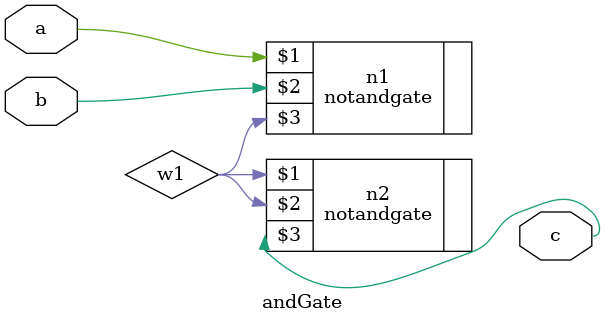
<source format=v>
`include "NotAndGate.v"

module andGate(a, b, c);
    input a, b;
    output c;

    wire w1;

    notandgate n1(a, b, w1);
    notandgate n2(w1, w1, c);

endmodule

</source>
